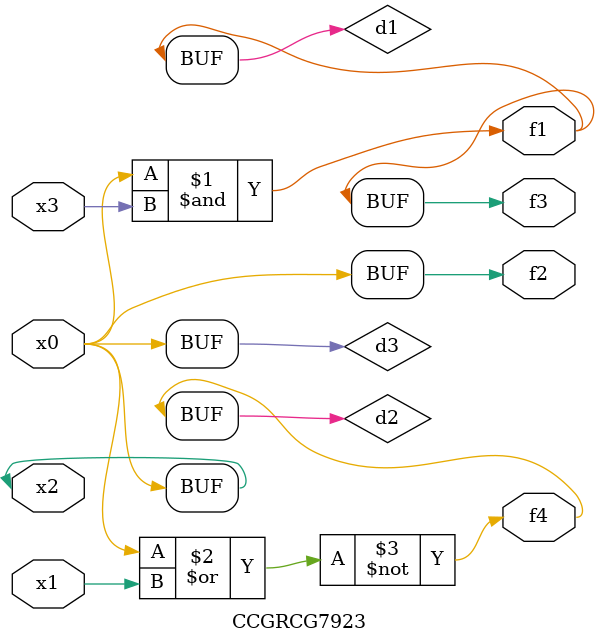
<source format=v>
module CCGRCG7923(
	input x0, x1, x2, x3,
	output f1, f2, f3, f4
);

	wire d1, d2, d3;

	and (d1, x2, x3);
	nor (d2, x0, x1);
	buf (d3, x0, x2);
	assign f1 = d1;
	assign f2 = d3;
	assign f3 = d1;
	assign f4 = d2;
endmodule

</source>
